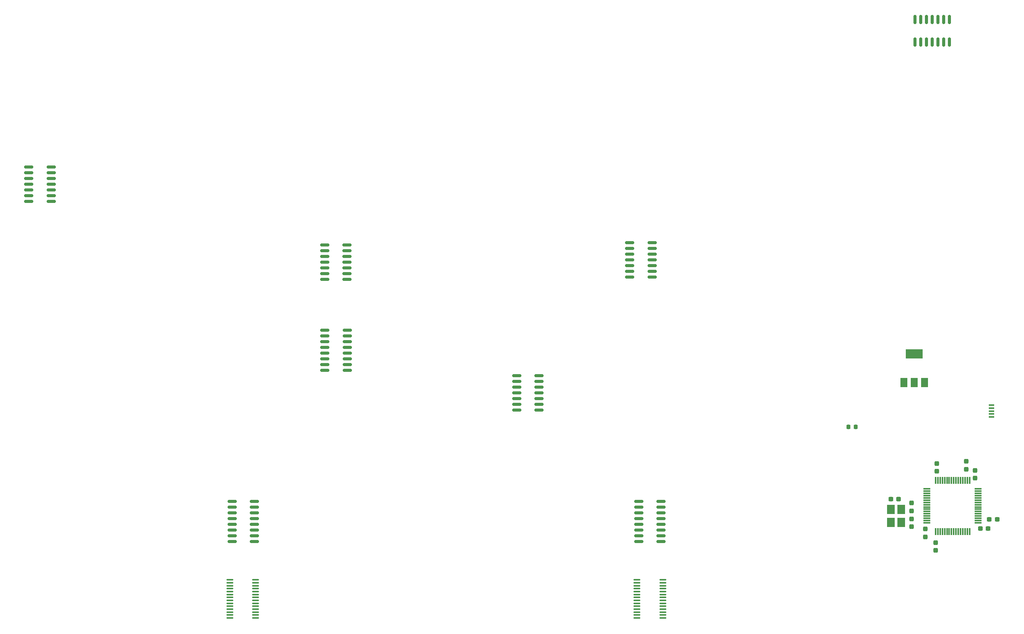
<source format=gbr>
%TF.GenerationSoftware,KiCad,Pcbnew,(6.0.7-1)-1*%
%TF.CreationDate,2022-09-24T18:06:32+02:00*%
%TF.ProjectId,LivSynth_Hardware,4c697653-796e-4746-985f-486172647761,0v01*%
%TF.SameCoordinates,Original*%
%TF.FileFunction,Paste,Bot*%
%TF.FilePolarity,Positive*%
%FSLAX46Y46*%
G04 Gerber Fmt 4.6, Leading zero omitted, Abs format (unit mm)*
G04 Created by KiCad (PCBNEW (6.0.7-1)-1) date 2022-09-24 18:06:32*
%MOMM*%
%LPD*%
G01*
G04 APERTURE LIST*
G04 Aperture macros list*
%AMRoundRect*
0 Rectangle with rounded corners*
0 $1 Rounding radius*
0 $2 $3 $4 $5 $6 $7 $8 $9 X,Y pos of 4 corners*
0 Add a 4 corners polygon primitive as box body*
4,1,4,$2,$3,$4,$5,$6,$7,$8,$9,$2,$3,0*
0 Add four circle primitives for the rounded corners*
1,1,$1+$1,$2,$3*
1,1,$1+$1,$4,$5*
1,1,$1+$1,$6,$7*
1,1,$1+$1,$8,$9*
0 Add four rect primitives between the rounded corners*
20,1,$1+$1,$2,$3,$4,$5,0*
20,1,$1+$1,$4,$5,$6,$7,0*
20,1,$1+$1,$6,$7,$8,$9,0*
20,1,$1+$1,$8,$9,$2,$3,0*%
G04 Aperture macros list end*
%ADD10RoundRect,0.237500X0.237500X-0.300000X0.237500X0.300000X-0.237500X0.300000X-0.237500X-0.300000X0*%
%ADD11RoundRect,0.150000X0.825000X0.150000X-0.825000X0.150000X-0.825000X-0.150000X0.825000X-0.150000X0*%
%ADD12R,1.300000X0.450000*%
%ADD13RoundRect,0.237500X-0.300000X-0.237500X0.300000X-0.237500X0.300000X0.237500X-0.300000X0.237500X0*%
%ADD14RoundRect,0.100000X-0.637500X-0.100000X0.637500X-0.100000X0.637500X0.100000X-0.637500X0.100000X0*%
%ADD15RoundRect,0.237500X-0.237500X0.300000X-0.237500X-0.300000X0.237500X-0.300000X0.237500X0.300000X0*%
%ADD16RoundRect,0.237500X0.300000X0.237500X-0.300000X0.237500X-0.300000X-0.237500X0.300000X-0.237500X0*%
%ADD17R,1.800000X2.100000*%
%ADD18RoundRect,0.150000X0.850000X0.150000X-0.850000X0.150000X-0.850000X-0.150000X0.850000X-0.150000X0*%
%ADD19RoundRect,0.218750X0.218750X0.256250X-0.218750X0.256250X-0.218750X-0.256250X0.218750X-0.256250X0*%
%ADD20RoundRect,0.150000X-0.150000X0.825000X-0.150000X-0.825000X0.150000X-0.825000X0.150000X0.825000X0*%
%ADD21RoundRect,0.075000X-0.700000X-0.075000X0.700000X-0.075000X0.700000X0.075000X-0.700000X0.075000X0*%
%ADD22RoundRect,0.075000X-0.075000X-0.700000X0.075000X-0.700000X0.075000X0.700000X-0.075000X0.700000X0*%
%ADD23R,1.500000X2.000000*%
%ADD24R,3.800000X2.000000*%
G04 APERTURE END LIST*
D10*
%TO.C,C23*%
X291000000Y-188362500D03*
X291000000Y-186637500D03*
%TD*%
D11*
%TO.C,U4*%
X94975000Y-120940000D03*
X94975000Y-122210000D03*
X94975000Y-123480000D03*
X94975000Y-124750000D03*
X94975000Y-126020000D03*
X94975000Y-127290000D03*
X94975000Y-128560000D03*
X90025000Y-128560000D03*
X90025000Y-127290000D03*
X90025000Y-126020000D03*
X90025000Y-124750000D03*
X90025000Y-123480000D03*
X90025000Y-122210000D03*
X90025000Y-120940000D03*
%TD*%
%TO.C,U18*%
X139975000Y-195055000D03*
X139975000Y-196325000D03*
X139975000Y-197595000D03*
X139975000Y-198865000D03*
X139975000Y-200135000D03*
X139975000Y-201405000D03*
X139975000Y-202675000D03*
X139975000Y-203945000D03*
X135025000Y-203945000D03*
X135025000Y-202675000D03*
X135025000Y-201405000D03*
X135025000Y-200135000D03*
X135025000Y-198865000D03*
X135025000Y-197595000D03*
X135025000Y-196325000D03*
X135025000Y-195055000D03*
%TD*%
D12*
%TO.C,J3*%
X303100000Y-173700000D03*
X303100000Y-174350000D03*
X303100000Y-175000000D03*
X303100000Y-175650000D03*
X303100000Y-176300000D03*
%TD*%
D13*
%TO.C,C21*%
X300637500Y-201000000D03*
X302362500Y-201000000D03*
%TD*%
%TO.C,C28*%
X302637500Y-199000000D03*
X304362500Y-199000000D03*
%TD*%
D14*
%TO.C,U17*%
X224637500Y-220850000D03*
X224637500Y-220200000D03*
X224637500Y-219550000D03*
X224637500Y-218900000D03*
X224637500Y-218250000D03*
X224637500Y-217600000D03*
X224637500Y-216950000D03*
X224637500Y-216300000D03*
X224637500Y-215650000D03*
X224637500Y-215000000D03*
X224637500Y-214350000D03*
X224637500Y-213700000D03*
X224637500Y-213050000D03*
X224637500Y-212400000D03*
X230362500Y-212400000D03*
X230362500Y-213050000D03*
X230362500Y-213700000D03*
X230362500Y-214350000D03*
X230362500Y-215000000D03*
X230362500Y-215650000D03*
X230362500Y-216300000D03*
X230362500Y-216950000D03*
X230362500Y-217600000D03*
X230362500Y-218250000D03*
X230362500Y-218900000D03*
X230362500Y-219550000D03*
X230362500Y-220200000D03*
X230362500Y-220850000D03*
%TD*%
%TO.C,U16*%
X134500000Y-220850000D03*
X134500000Y-220200000D03*
X134500000Y-219550000D03*
X134500000Y-218900000D03*
X134500000Y-218250000D03*
X134500000Y-217600000D03*
X134500000Y-216950000D03*
X134500000Y-216300000D03*
X134500000Y-215650000D03*
X134500000Y-215000000D03*
X134500000Y-214350000D03*
X134500000Y-213700000D03*
X134500000Y-213050000D03*
X134500000Y-212400000D03*
X140225000Y-212400000D03*
X140225000Y-213050000D03*
X140225000Y-213700000D03*
X140225000Y-214350000D03*
X140225000Y-215000000D03*
X140225000Y-215650000D03*
X140225000Y-216300000D03*
X140225000Y-216950000D03*
X140225000Y-217600000D03*
X140225000Y-218250000D03*
X140225000Y-218900000D03*
X140225000Y-219550000D03*
X140225000Y-220200000D03*
X140225000Y-220850000D03*
%TD*%
D11*
%TO.C,U2*%
X227975000Y-137690000D03*
X227975000Y-138960000D03*
X227975000Y-140230000D03*
X227975000Y-141500000D03*
X227975000Y-142770000D03*
X227975000Y-144040000D03*
X227975000Y-145310000D03*
X223025000Y-145310000D03*
X223025000Y-144040000D03*
X223025000Y-142770000D03*
X223025000Y-141500000D03*
X223025000Y-140230000D03*
X223025000Y-138960000D03*
X223025000Y-137690000D03*
%TD*%
%TO.C,U19*%
X229975000Y-195055000D03*
X229975000Y-196325000D03*
X229975000Y-197595000D03*
X229975000Y-198865000D03*
X229975000Y-200135000D03*
X229975000Y-201405000D03*
X229975000Y-202675000D03*
X229975000Y-203945000D03*
X225025000Y-203945000D03*
X225025000Y-202675000D03*
X225025000Y-201405000D03*
X225025000Y-200135000D03*
X225025000Y-198865000D03*
X225025000Y-197595000D03*
X225025000Y-196325000D03*
X225025000Y-195055000D03*
%TD*%
D15*
%TO.C,C29*%
X285450000Y-198887500D03*
X285450000Y-200612500D03*
%TD*%
D16*
%TO.C,C26*%
X282562500Y-194500000D03*
X280837500Y-194500000D03*
%TD*%
D17*
%TO.C,Y1*%
X280800000Y-199700000D03*
X280800000Y-196800000D03*
X283100000Y-196800000D03*
X283100000Y-199700000D03*
%TD*%
D11*
%TO.C,U3*%
X202975000Y-167190000D03*
X202975000Y-168460000D03*
X202975000Y-169730000D03*
X202975000Y-171000000D03*
X202975000Y-172270000D03*
X202975000Y-173540000D03*
X202975000Y-174810000D03*
X198025000Y-174810000D03*
X198025000Y-173540000D03*
X198025000Y-172270000D03*
X198025000Y-171000000D03*
X198025000Y-169730000D03*
X198025000Y-168460000D03*
X198025000Y-167190000D03*
%TD*%
D18*
%TO.C,U6*%
X160500000Y-157055000D03*
X160500000Y-158325000D03*
X160500000Y-159595000D03*
X160500000Y-160865000D03*
X160500000Y-162135000D03*
X160500000Y-163405000D03*
X160500000Y-164675000D03*
X160500000Y-165945000D03*
X155500000Y-165945000D03*
X155500000Y-164675000D03*
X155500000Y-163405000D03*
X155500000Y-162135000D03*
X155500000Y-160865000D03*
X155500000Y-159595000D03*
X155500000Y-158325000D03*
X155500000Y-157055000D03*
%TD*%
D10*
%TO.C,C30*%
X285450000Y-197112500D03*
X285450000Y-195387500D03*
%TD*%
%TO.C,C27*%
X297500000Y-187862500D03*
X297500000Y-186137500D03*
%TD*%
%TO.C,C25*%
X299500000Y-189862500D03*
X299500000Y-188137500D03*
%TD*%
D19*
%TO.C,FB1*%
X273037500Y-178500000D03*
X271462500Y-178500000D03*
%TD*%
D15*
%TO.C,C22*%
X290750000Y-204137500D03*
X290750000Y-205862500D03*
%TD*%
D20*
%TO.C,U1*%
X286190000Y-88275000D03*
X287460000Y-88275000D03*
X288730000Y-88275000D03*
X290000000Y-88275000D03*
X291270000Y-88275000D03*
X292540000Y-88275000D03*
X293810000Y-88275000D03*
X293810000Y-93225000D03*
X292540000Y-93225000D03*
X291270000Y-93225000D03*
X290000000Y-93225000D03*
X288730000Y-93225000D03*
X287460000Y-93225000D03*
X286190000Y-93225000D03*
%TD*%
D11*
%TO.C,U5*%
X160475000Y-138190000D03*
X160475000Y-139460000D03*
X160475000Y-140730000D03*
X160475000Y-142000000D03*
X160475000Y-143270000D03*
X160475000Y-144540000D03*
X160475000Y-145810000D03*
X155525000Y-145810000D03*
X155525000Y-144540000D03*
X155525000Y-143270000D03*
X155525000Y-142000000D03*
X155525000Y-140730000D03*
X155525000Y-139460000D03*
X155525000Y-138190000D03*
%TD*%
D21*
%TO.C,U9*%
X288825000Y-199750000D03*
X288825000Y-199250000D03*
X288825000Y-198750000D03*
X288825000Y-198250000D03*
X288825000Y-197750000D03*
X288825000Y-197250000D03*
X288825000Y-196750000D03*
X288825000Y-196250000D03*
X288825000Y-195750000D03*
X288825000Y-195250000D03*
X288825000Y-194750000D03*
X288825000Y-194250000D03*
X288825000Y-193750000D03*
X288825000Y-193250000D03*
X288825000Y-192750000D03*
X288825000Y-192250000D03*
D22*
X290750000Y-190325000D03*
X291250000Y-190325000D03*
X291750000Y-190325000D03*
X292250000Y-190325000D03*
X292750000Y-190325000D03*
X293250000Y-190325000D03*
X293750000Y-190325000D03*
X294250000Y-190325000D03*
X294750000Y-190325000D03*
X295250000Y-190325000D03*
X295750000Y-190325000D03*
X296250000Y-190325000D03*
X296750000Y-190325000D03*
X297250000Y-190325000D03*
X297750000Y-190325000D03*
X298250000Y-190325000D03*
D21*
X300175000Y-192250000D03*
X300175000Y-192750000D03*
X300175000Y-193250000D03*
X300175000Y-193750000D03*
X300175000Y-194250000D03*
X300175000Y-194750000D03*
X300175000Y-195250000D03*
X300175000Y-195750000D03*
X300175000Y-196250000D03*
X300175000Y-196750000D03*
X300175000Y-197250000D03*
X300175000Y-197750000D03*
X300175000Y-198250000D03*
X300175000Y-198750000D03*
X300175000Y-199250000D03*
X300175000Y-199750000D03*
D22*
X298250000Y-201675000D03*
X297750000Y-201675000D03*
X297250000Y-201675000D03*
X296750000Y-201675000D03*
X296250000Y-201675000D03*
X295750000Y-201675000D03*
X295250000Y-201675000D03*
X294750000Y-201675000D03*
X294250000Y-201675000D03*
X293750000Y-201675000D03*
X293250000Y-201675000D03*
X292750000Y-201675000D03*
X292250000Y-201675000D03*
X291750000Y-201675000D03*
X291250000Y-201675000D03*
X290750000Y-201675000D03*
%TD*%
D23*
%TO.C,U8*%
X288300000Y-168650000D03*
X286000000Y-168650000D03*
X283700000Y-168650000D03*
D24*
X286000000Y-162350000D03*
%TD*%
D15*
%TO.C,C24*%
X288500000Y-201137500D03*
X288500000Y-202862500D03*
%TD*%
M02*

</source>
